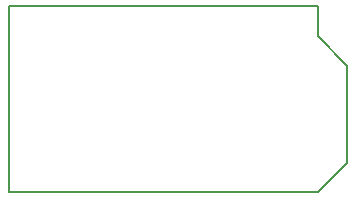
<source format=gbr>
G04 #@! TF.GenerationSoftware,KiCad,Pcbnew,(5.0.0-rc2-dev-444-g2974a2c10)*
G04 #@! TF.CreationDate,2018-10-06T13:39:59-07:00*
G04 #@! TF.ProjectId,2018-08-20 analog Trinket sub,323031382D30382D323020616E616C6F,rev?*
G04 #@! TF.SameCoordinates,Original*
G04 #@! TF.FileFunction,Profile,NP*
%FSLAX46Y46*%
G04 Gerber Fmt 4.6, Leading zero omitted, Abs format (unit mm)*
G04 Created by KiCad (PCBNEW (5.0.0-rc2-dev-444-g2974a2c10)) date 10/06/18 13:39:59*
%MOMM*%
%LPD*%
G01*
G04 APERTURE LIST*
%ADD10C,0.150000*%
G04 APERTURE END LIST*
D10*
X240800000Y-70400000D02*
X243300000Y-67900000D01*
X240800000Y-57200000D02*
X243300000Y-59700000D01*
X240800000Y-54600000D02*
X240800000Y-57200000D01*
X214700000Y-54600000D02*
X240800000Y-54600000D01*
X214700000Y-70400000D02*
X214700000Y-54600000D01*
X240800000Y-70400000D02*
X214700000Y-70400000D01*
X243300000Y-67900000D02*
X243300000Y-59700000D01*
M02*

</source>
